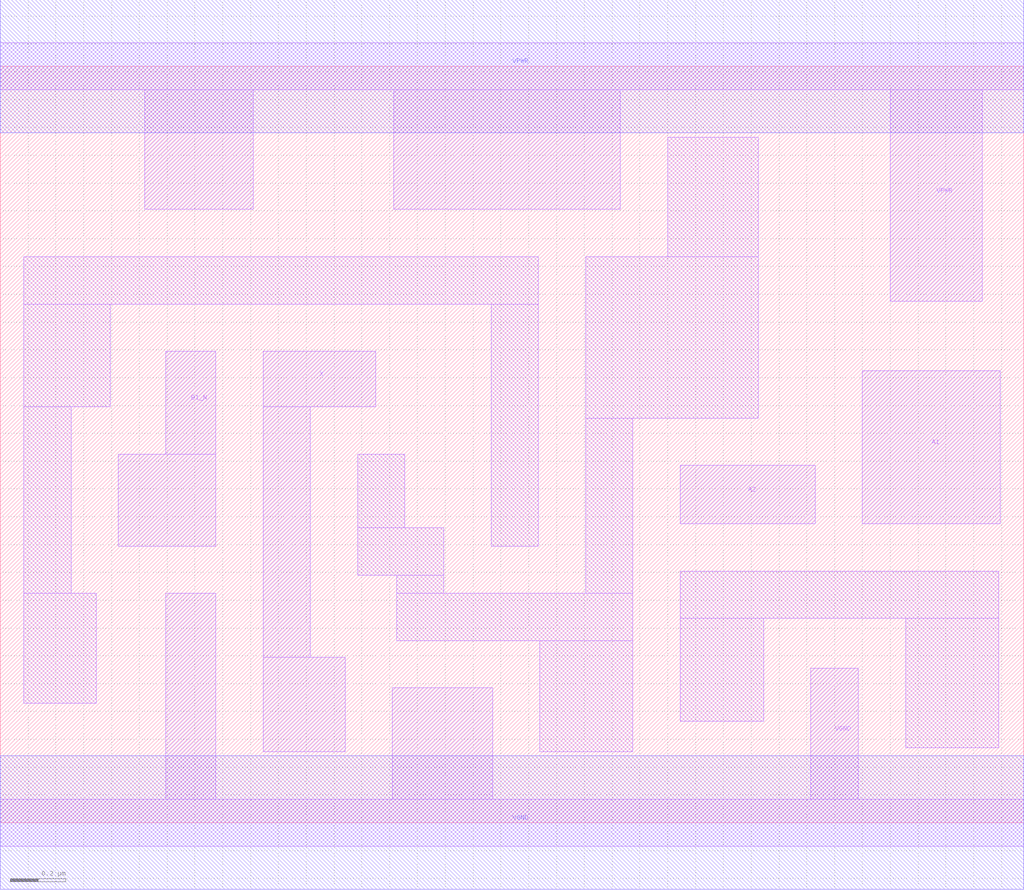
<source format=lef>
# Copyright 2020 The SkyWater PDK Authors
#
# Licensed under the Apache License, Version 2.0 (the "License");
# you may not use this file except in compliance with the License.
# You may obtain a copy of the License at
#
#     https://www.apache.org/licenses/LICENSE-2.0
#
# Unless required by applicable law or agreed to in writing, software
# distributed under the License is distributed on an "AS IS" BASIS,
# WITHOUT WARRANTIES OR CONDITIONS OF ANY KIND, either express or implied.
# See the License for the specific language governing permissions and
# limitations under the License.
#
# SPDX-License-Identifier: Apache-2.0

VERSION 5.5 ;
NAMESCASESENSITIVE ON ;
BUSBITCHARS "[]" ;
DIVIDERCHAR "/" ;
MACRO sky130_fd_sc_hd__o21ba_2
  CLASS CORE ;
  SOURCE USER ;
  ORIGIN  0.000000  0.000000 ;
  SIZE  3.680000 BY  2.720000 ;
  SYMMETRY X Y R90 ;
  SITE unithd ;
  PIN A1
    ANTENNAGATEAREA  0.247500 ;
    DIRECTION INPUT ;
    USE SIGNAL ;
    PORT
      LAYER li1 ;
        RECT 3.100000 1.075000 3.595000 1.625000 ;
    END
  END A1
  PIN A2
    ANTENNAGATEAREA  0.247500 ;
    DIRECTION INPUT ;
    USE SIGNAL ;
    PORT
      LAYER li1 ;
        RECT 2.445000 1.075000 2.930000 1.285000 ;
    END
  END A2
  PIN B1_N
    ANTENNAGATEAREA  0.126000 ;
    DIRECTION INPUT ;
    USE SIGNAL ;
    PORT
      LAYER li1 ;
        RECT 0.425000 0.995000 0.775000 1.325000 ;
        RECT 0.595000 1.325000 0.775000 1.695000 ;
    END
  END B1_N
  PIN X
    ANTENNADIFFAREA  0.445500 ;
    DIRECTION OUTPUT ;
    USE SIGNAL ;
    PORT
      LAYER li1 ;
        RECT 0.945000 0.255000 1.240000 0.595000 ;
        RECT 0.945000 0.595000 1.115000 1.495000 ;
        RECT 0.945000 1.495000 1.350000 1.695000 ;
    END
  END X
  PIN VGND
    DIRECTION INOUT ;
    SHAPE ABUTMENT ;
    USE GROUND ;
    PORT
      LAYER li1 ;
        RECT 0.000000 -0.085000 3.680000 0.085000 ;
        RECT 0.595000  0.085000 0.775000 0.825000 ;
        RECT 1.410000  0.085000 1.770000 0.485000 ;
        RECT 2.915000  0.085000 3.085000 0.555000 ;
    END
    PORT
      LAYER met1 ;
        RECT 0.000000 -0.240000 3.680000 0.240000 ;
    END
  END VGND
  PIN VPWR
    DIRECTION INOUT ;
    SHAPE ABUTMENT ;
    USE POWER ;
    PORT
      LAYER li1 ;
        RECT 0.000000 2.635000 3.680000 2.805000 ;
        RECT 0.520000 2.205000 0.910000 2.635000 ;
        RECT 1.415000 2.205000 2.230000 2.635000 ;
        RECT 3.200000 1.875000 3.530000 2.635000 ;
    END
    PORT
      LAYER met1 ;
        RECT 0.000000 2.480000 3.680000 2.960000 ;
    END
  END VPWR
  OBS
    LAYER li1 ;
      RECT 0.085000 0.430000 0.345000 0.825000 ;
      RECT 0.085000 0.825000 0.255000 1.495000 ;
      RECT 0.085000 1.495000 0.395000 1.865000 ;
      RECT 0.085000 1.865000 1.935000 2.035000 ;
      RECT 1.285000 0.890000 1.595000 1.060000 ;
      RECT 1.285000 1.060000 1.455000 1.325000 ;
      RECT 1.425000 0.655000 2.275000 0.825000 ;
      RECT 1.425000 0.825000 1.595000 0.890000 ;
      RECT 1.765000 0.995000 1.935000 1.865000 ;
      RECT 1.940000 0.255000 2.275000 0.655000 ;
      RECT 2.105000 0.825000 2.275000 1.455000 ;
      RECT 2.105000 1.455000 2.725000 2.035000 ;
      RECT 2.400000 2.035000 2.725000 2.465000 ;
      RECT 2.445000 0.365000 2.745000 0.735000 ;
      RECT 2.445000 0.735000 3.590000 0.905000 ;
      RECT 3.255000 0.270000 3.590000 0.735000 ;
  END
END sky130_fd_sc_hd__o21ba_2

</source>
